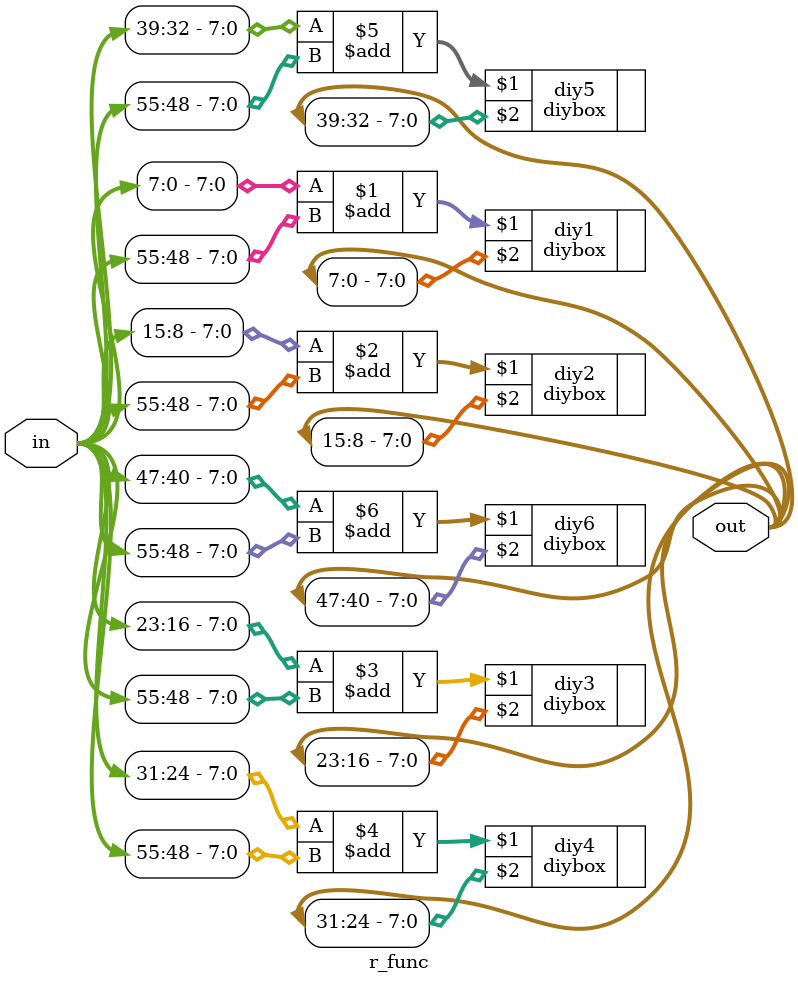
<source format=v>
module r_func(in,out);
input [55:0]in;
output [47:0]out;
wire [47:0]out;

diybox diy1(in[7:0]+in[55:48],out[7:0]);
diybox diy2(in[15:8]+in[55:48],out[15:8]);
diybox diy3(in[23:16]+in[55:48],out[23:16]);
diybox diy4(in[31:24]+in[55:48],out[31:24]);
diybox diy5(in[39:32]+in[55:48],out[39:32]);
diybox diy6(in[47:40]+in[55:48],out[47:40]);
endmodule

</source>
